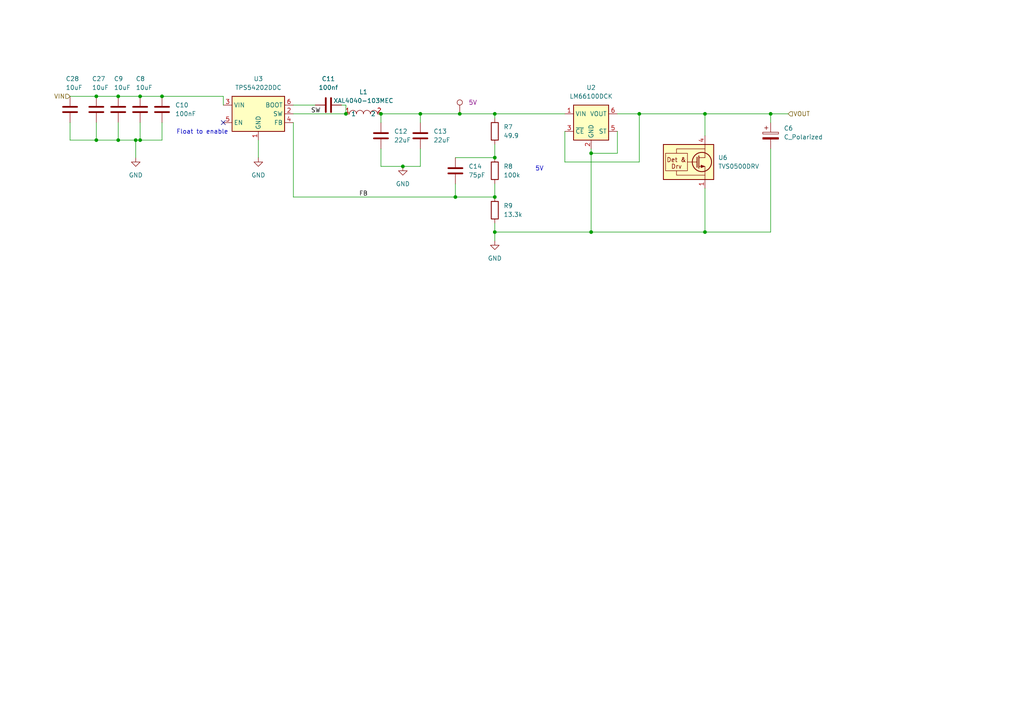
<source format=kicad_sch>
(kicad_sch (version 20250114) (generator "eeschema") (generator_version "9.0")
  (paper "A4")
  (lib_symbols
    (symbol "Device:C" (pin_numbers (hide yes)) (pin_names (offset 0.254))
      (property "Reference" "C" (at 0.635 2.54 0))
      (property "Value" "C" (at 0.635 -2.54 0))
      (symbol "C_0_1"
        (polyline (pts (xy -2.032 0.762) (xy 2.032 0.762)) (stroke (width 0.508)))
        (polyline (pts (xy -2.032 -0.762) (xy 2.032 -0.762)) (stroke (width 0.508)))
      )
      (symbol "C_1_1"
        (pin passive line (at 0 3.81 270) (length 2.794) (name "~") (number "1"))
        (pin passive line (at 0 -3.81 90) (length 2.794) (name "~") (number "2"))
      )
    )
    (symbol "Device:C_Polarized" (pin_numbers (hide yes)) (pin_names (offset 0.254))
      (property "Reference" "C" (at 0.635 2.54 0))
      (property "Value" "C_Polarized" (at 0.635 -2.54 0))
      (symbol "C_Polarized_0_1"
        (rectangle (start -2.286 0.508) (end 2.286 1.016))
        (polyline (pts (xy -1.778 2.286) (xy -0.762 2.286)))
        (polyline (pts (xy -1.27 2.794) (xy -1.27 1.778)))
        (rectangle (start 2.286 -0.508) (end -2.286 -1.016) (fill (type outline)))
      )
      (symbol "C_Polarized_1_1"
        (pin passive line (at 0 3.81 270) (length 2.794) (name "~") (number "1"))
        (pin passive line (at 0 -3.81 90) (length 2.794) (name "~") (number "2"))
      )
    )
    (symbol "Device:R" (pin_numbers (hide yes)) (pin_names (offset 0))
      (property "Reference" "R" (at 2.032 0 90))
      (property "Value" "R" (at 0 0 90))
      (symbol "R_0_1"
        (rectangle (start -1.016 -2.54) (end 1.016 2.54) (stroke (width 0.254)))
      )
      (symbol "R_1_1"
        (pin passive line (at 0 3.81 270) (length 1.27) (name "~") (number "1"))
        (pin passive line (at 0 -3.81 90) (length 1.27) (name "~") (number "2"))
      )
    )
    (symbol "Power_Management:LM66100DCK"
      (property "Reference" "U" (at -5.08 6.096 0))
      (property "Value" "LM66100DCK" (at 0.254 -6.35 0))
      (symbol "LM66100DCK_0_1"
        (rectangle (start -5.08 5.08) (end 5.08 -5.08) (stroke (width 0.254)) (fill (type background)))
      )
      (symbol "LM66100DCK_1_1"
        (pin power_in line (at -7.62 2.54 0) (length 2.54) (name "VIN") (number "1"))
        (pin input line (at -7.62 -2.54 0) (length 2.54) (name "~{CE}") (number "3"))
        (pin no_connect line (at 0 5.08 270) (length 2.54) (hide yes) (name "NC") (number "4"))
        (pin power_in line (at 0 -7.62 90) (length 2.54) (name "GND") (number "2"))
        (pin power_out line (at 7.62 2.54 180) (length 2.54) (name "VOUT") (number "6"))
        (pin open_collector line (at 7.62 -2.54 180) (length 2.54) (name "ST") (number "5"))
      )
    )
    (symbol "Power_Protection:TVS0500DRV" (pin_names (offset 0) (hide yes))
      (property "Reference" "U" (at 2.54 1.27 0))
      (property "Value" "TVS0500DRV" (at 2.54 -1.27 0))
      (symbol "TVS0500DRV_0_0"
        (rectangle (start -11.43 2.54) (end -5.08 -2.54))
        (polyline (pts (xy -8.255 2.54) (xy -8.255 3.81) (xy 0 3.81)))
        (polyline (pts (xy -8.255 -2.54) (xy -8.255 -3.81) (xy 0 -3.81)))
        (polyline (pts (xy 0 1.27) (xy -1.778 1.27)))
        (text "Det &" (at -8.255 0.635 0) (effects (font (size 1.27 1.27))))
        (text "Drv" (at -8.255 -1.27 0) (effects (font (size 1.27 1.27))))
      )
      (symbol "TVS0500DRV_0_1"
        (rectangle (start -12.065 5.08) (end 2.54 -5.08) (stroke (width 0.254)) (fill (type background)))
        (polyline (pts (xy -2.286 1.397) (xy -2.286 -1.524)) (stroke (width 0.254)))
        (polyline (pts (xy -2.286 0) (xy -5.08 0)))
        (polyline (pts (xy -1.778 1.778) (xy -1.778 -1.778)) (stroke (width 0.254)))
        (circle (center -0.889 0) (radius 2.794) (stroke (width 0.254)))
        (polyline (pts (xy -0.127 -1.27) (xy -1.143 -1.651) (xy -1.143 -0.889) (xy -0.127 -1.27)) (fill (type outline)))
        (polyline (pts (xy 0 5.08) (xy 0 2.54)))
        (polyline (pts (xy 0 2.54) (xy 0 1.27)))
        (polyline (pts (xy 0 -2.54) (xy 0 -5.08)))
        (polyline (pts (xy 0 -2.54) (xy 0 -1.27) (xy -1.778 -1.27)))
      )
      (symbol "TVS0500DRV_1_1"
        (pin passive line (at 0 7.62 270) (length 2.54) (name "IN") (number "4"))
        (pin passive line (at 0 7.62 270) (length 2.54) (hide yes) (name "IN") (number "5"))
        (pin passive line (at 0 7.62 270) (length 2.54) (hide yes) (name "IN") (number "6"))
        (pin power_in line (at 0 -7.62 90) (length 2.54) (name "GND") (number "1"))
        (pin passive line (at 0 -7.62 90) (length 2.54) (hide yes) (name "GND") (number "2"))
        (pin passive line (at 0 -7.62 90) (length 2.54) (hide yes) (name "GND") (number "3"))
        (pin passive line (at 0 -7.62 90) (length 2.54) (hide yes) (name "GND") (number "7"))
      )
    )
    (symbol "Regulator_Switching:TPS54202DDC"
      (property "Reference" "U" (at -7.62 6.35 0))
      (property "Value" "TPS54202DDC" (at 0 6.35 0))
      (symbol "TPS54202DDC_0_1"
        (rectangle (start -7.62 5.08) (end 7.62 -5.08) (stroke (width 0.254)) (fill (type background)))
      )
      (symbol "TPS54202DDC_1_1"
        (pin power_in line (at -10.16 2.54 0) (length 2.54) (name "VIN") (number "3"))
        (pin input line (at -10.16 -2.54 0) (length 2.54) (name "EN") (number "5"))
        (pin power_in line (at 0 -7.62 90) (length 2.54) (name "GND") (number "1"))
        (pin passive line (at 10.16 2.54 180) (length 2.54) (name "BOOT") (number "6"))
        (pin power_out line (at 10.16 0 180) (length 2.54) (name "SW") (number "2"))
        (pin input line (at 10.16 -2.54 180) (length 2.54) (name "FB") (number "4"))
      )
    )
    (symbol "easyeda2kicad:LabeledTestPoint" (pin_numbers (hide yes)) (pin_names (offset 0.762) (hide yes)) (in_bom no)
      (property "Label" "label" (at 0 5.08 0))
      (symbol "LabeledTestPoint_0_1"
        (circle (center 0 3.302) (radius 0.762))
      )
      (symbol "LabeledTestPoint_1_1"
        (pin passive line (at 0 0 90) (length 2.54) (name "1") (number "1"))
      )
    )
    (symbol "easyeda2kicad:XAL4040-103MEC"
      (property "Reference" "L" (at 0 5.08 0))
      (property "Value" "XAL4040-103MEC" (at 0 -5.08 0))
      (symbol "XAL4040-103MEC_0_1"
        (arc (start -4.06 -0.01) (mid -2.83 0.99) (end -2.03 0.01))
        (arc (start -2.03 -0.01) (mid -0.8 0.99) (end 0 0.01))
        (arc (start 0 -0.01) (mid 1.23 0.99) (end 2.03 0.01))
        (arc (start 2.03 -0.01) (mid 3.26 0.99) (end 4.06 0.01))
        (pin unspecified line (at -5.08 0 0) (length 1.016) (name "1") (number "1"))
        (pin unspecified line (at 5.08 0 180) (length 1.016) (name "2") (number "2"))
      )
    )
    (symbol "power:GND" (power) (pin_numbers (hide yes)) (pin_names (offset 0) (hide yes))
      (property "Value" "GND" (at 0 -3.81 0))
      (symbol "GND_0_1"
        (polyline (pts (xy 0 0) (xy 0 -1.27) (xy 1.27 -1.27) (xy 0 -2.54) (xy -1.27 -1.27) (xy 0 -1.27)))
      )
      (symbol "GND_1_1"
        (pin power_in line (at 0 0 270) (length 0) (name "~") (number "1"))
      )
    )
  )
  (text "5V" (at 156.464 49.022 0) (effects (font (size 1.27 1.27))))
  (text "Float to enable" (at 58.674 38.354 0) (effects (font (size 1.27 1.27))))
  (junction (at 34.29 27.94))
  (junction (at 132.08 57.15))
  (junction (at 116.84 48.26))
  (junction (at 143.51 57.15))
  (junction (at 204.47 67.31))
  (junction (at 27.94 40.64))
  (junction (at 40.64 40.64))
  (junction (at 171.45 44.45))
  (junction (at 185.42 33.02))
  (junction (at 121.92 33.02))
  (junction (at 223.52 33.02))
  (junction (at 204.47 33.02))
  (junction (at 133.35 33.02))
  (junction (at 110.49 33.02))
  (junction (at 46.99 27.94))
  (junction (at 39.37 40.64))
  (junction (at 100.33 33.02))
  (junction (at 143.51 67.31))
  (junction (at 34.29 40.64))
  (junction (at 143.51 33.02))
  (junction (at 171.45 67.31))
  (junction (at 143.51 45.72))
  (junction (at 27.94 27.94))
  (junction (at 40.64 27.94))
  (no_connect (at 64.77 35.56))
  (wire (pts (xy 204.47 33.02) (xy 204.47 39.37)))
  (wire (pts (xy 40.64 27.94) (xy 46.99 27.94)))
  (wire (pts (xy 27.94 27.94) (xy 34.29 27.94)))
  (wire (pts (xy 143.51 67.31) (xy 143.51 69.85)))
  (wire (pts (xy 132.08 57.15) (xy 143.51 57.15)))
  (wire (pts (xy 163.83 46.99) (xy 185.42 46.99)))
  (wire (pts (xy 132.08 57.15) (xy 132.08 53.34)))
  (wire (pts (xy 143.51 41.91) (xy 143.51 45.72)))
  (wire (pts (xy 85.09 30.48) (xy 91.44 30.48)))
  (wire (pts (xy 110.49 33.02) (xy 121.92 33.02)))
  (wire (pts (xy 163.83 38.1) (xy 163.83 46.99)))
  (wire (pts (xy 121.92 43.18) (xy 121.92 48.26)))
  (wire (pts (xy 20.32 40.64) (xy 27.94 40.64)))
  (wire (pts (xy 34.29 27.94) (xy 40.64 27.94)))
  (wire (pts (xy 179.07 44.45) (xy 171.45 44.45)))
  (wire (pts (xy 110.49 33.02) (xy 110.49 35.56)))
  (wire (pts (xy 46.99 27.94) (xy 64.77 27.94)))
  (wire (pts (xy 27.94 35.56) (xy 27.94 40.64)))
  (wire (pts (xy 204.47 67.31) (xy 171.45 67.31)))
  (wire (pts (xy 223.52 67.31) (xy 204.47 67.31)))
  (wire (pts (xy 133.35 33.02) (xy 143.51 33.02)))
  (wire (pts (xy 204.47 54.61) (xy 204.47 67.31)))
  (wire (pts (xy 46.99 35.56) (xy 46.99 40.64)))
  (wire (pts (xy 110.49 48.26) (xy 116.84 48.26)))
  (wire (pts (xy 185.42 33.02) (xy 204.47 33.02)))
  (wire (pts (xy 204.47 33.02) (xy 223.52 33.02)))
  (wire (pts (xy 34.29 40.64) (xy 39.37 40.64)))
  (wire (pts (xy 39.37 40.64) (xy 39.37 45.72)))
  (wire (pts (xy 110.49 43.18) (xy 110.49 48.26)))
  (wire (pts (xy 179.07 38.1) (xy 179.07 44.45)))
  (wire (pts (xy 223.52 33.02) (xy 228.6 33.02)))
  (wire (pts (xy 121.92 33.02) (xy 121.92 35.56)))
  (wire (pts (xy 179.07 33.02) (xy 185.42 33.02)))
  (wire (pts (xy 100.33 30.48) (xy 100.33 33.02)))
  (wire (pts (xy 171.45 44.45) (xy 171.45 67.31)))
  (wire (pts (xy 27.94 40.64) (xy 34.29 40.64)))
  (wire (pts (xy 143.51 45.72) (xy 132.08 45.72)))
  (wire (pts (xy 116.84 48.26) (xy 121.92 48.26)))
  (wire (pts (xy 143.51 53.34) (xy 143.51 57.15)))
  (wire (pts (xy 143.51 33.02) (xy 143.51 34.29)))
  (wire (pts (xy 171.45 43.18) (xy 171.45 44.45)))
  (wire (pts (xy 85.09 33.02) (xy 100.33 33.02)))
  (wire (pts (xy 121.92 33.02) (xy 133.35 33.02)))
  (wire (pts (xy 223.52 43.18) (xy 223.52 67.31)))
  (wire (pts (xy 185.42 33.02) (xy 185.42 46.99)))
  (wire (pts (xy 40.64 35.56) (xy 40.64 40.64)))
  (wire (pts (xy 46.99 40.64) (xy 40.64 40.64)))
  (wire (pts (xy 34.29 35.56) (xy 34.29 40.64)))
  (wire (pts (xy 171.45 67.31) (xy 143.51 67.31)))
  (wire (pts (xy 20.32 27.94) (xy 27.94 27.94)))
  (wire (pts (xy 223.52 35.56) (xy 223.52 33.02)))
  (wire (pts (xy 64.77 27.94) (xy 64.77 30.48)))
  (wire (pts (xy 85.09 35.56) (xy 85.09 57.15)))
  (wire (pts (xy 99.06 30.48) (xy 100.33 30.48)))
  (wire (pts (xy 40.64 40.64) (xy 39.37 40.64)))
  (wire (pts (xy 143.51 64.77) (xy 143.51 67.31)))
  (wire (pts (xy 20.32 35.56) (xy 20.32 40.64)))
  (wire (pts (xy 74.93 40.64) (xy 74.93 45.72)))
  (wire (pts (xy 85.09 57.15) (xy 132.08 57.15)))
  (wire (pts (xy 143.51 33.02) (xy 163.83 33.02)))
  (label "SW" (at 90.17 33.02 0))
  (label "FB" (at 104.14 57.15 0))
  (hierarchical_label "VIN" (shape input) (at 20.32 27.94 180))
  (hierarchical_label "VOUT" (shape input) (at 228.6 33.02 0))
  (symbol (lib_id "power:GND") (at 143.51 69.85 0) (unit 1)
    (property "Reference" "#PWR016" (effects (hide yes)))
    (property "Value" "GND" (at 143.51 74.93 0))
    (property "Description" "Power symbol creates a global label with name \"GND\" , ground" (effects (hide yes)))
  )
  (symbol (lib_id "Device:C") (at 20.32 31.75 0) (unit 1)
    (property "Reference" "C28" (at 19.05 22.86 0) (effects (justify left)))
    (property "Value" "10uF" (at 19.05 25.4 0) (effects (justify left)))
    (property "Footprint" "Capacitor_SMD:C_1210_3225Metric" (effects (hide yes)))
    (property "Description" "Unpolarized capacitor" (effects (hide yes)))
    (property "LCSC Part" "C77102" (effects (hide yes)))
  )
  (symbol (lib_id "power:GND") (at 39.37 45.72 0) (unit 1)
    (property "Reference" "#PWR013" (effects (hide yes)))
    (property "Value" "GND" (at 39.37 50.8 0))
    (property "Description" "Power symbol creates a global label with name \"GND\" , ground" (effects (hide yes)))
  )
  (symbol (lib_id "Device:R") (at 143.51 49.53 0) (unit 1)
    (property "Reference" "R8" (at 146.05 48.2599 0) (effects (justify left)))
    (property "Value" "100k" (at 146.05 50.7999 0) (effects (justify left)))
    (property "Footprint" "Resistor_SMD:R_0603_1608Metric" (effects (hide yes)))
    (property "Description" "Resistor" (effects (hide yes)))
  )
  (symbol (lib_id "Device:C") (at 132.08 49.53 180) (unit 1)
    (property "Reference" "C14" (at 135.89 48.2599 0) (effects (justify right)))
    (property "Value" "75pF" (at 135.89 50.7999 0) (effects (justify right)))
    (property "Footprint" "Capacitor_SMD:C_0603_1608Metric" (effects (hide yes)))
    (property "Description" "Unpolarized capacitor" (effects (hide yes)))
  )
  (symbol (lib_id "Device:C") (at 46.99 31.75 0) (unit 1)
    (property "Reference" "C10" (at 50.8 30.4799 0) (effects (justify left)))
    (property "Value" "100nF" (at 50.8 33.0199 0) (effects (justify left)))
    (property "Footprint" "Capacitor_SMD:C_0603_1608Metric" (effects (hide yes)))
    (property "Description" "Unpolarized capacitor" (effects (hide yes)))
  )
  (symbol (lib_id "Device:R") (at 143.51 38.1 0) (unit 1)
    (property "Reference" "R7" (at 146.05 36.8299 0) (effects (justify left)))
    (property "Value" "49.9" (at 146.05 39.3699 0) (effects (justify left)))
    (property "Footprint" "Resistor_SMD:R_0603_1608Metric" (effects (hide yes)))
    (property "Description" "Resistor" (effects (hide yes)))
  )
  (symbol (lib_id "Device:C") (at 110.49 39.37 0) (unit 1)
    (property "Reference" "C12" (at 114.3 38.0999 0) (effects (justify left)))
    (property "Value" "22uF" (at 114.3 40.6399 0) (effects (justify left)))
    (property "Footprint" "Capacitor_SMD:C_1206_3216Metric" (effects (hide yes)))
    (property "Description" "Unpolarized capacitor" (effects (hide yes)))
  )
  (symbol (lib_id "Device:C_Polarized") (at 223.52 39.37 0) (unit 1)
    (property "Reference" "C6" (at 227.33 37.2109 0) (effects (justify left)))
    (property "Value" "C_Polarized" (at 227.33 39.7509 0) (effects (justify left)))
    (property "Footprint" "Capacitor_SMD:CP_Elec_8x11.9" (effects (hide yes)))
    (property "Description" "Polarized capacitor" (effects (hide yes)))
    (property "LCSC Part" "C542295" (effects (hide yes)))
  )
  (symbol (lib_id "Regulator_Switching:TPS54202DDC") (at 74.93 33.02 0) (unit 1)
    (property "Reference" "U3" (at 74.93 22.86 0))
    (property "Value" "TPS54202DDC" (at 74.93 25.4 0))
    (property "Footprint" "Package_TO_SOT_SMD:SOT-23-6" (effects (hide yes)))
    (property "Datasheet" "http://www.ti.com/lit/ds/symlink/tps54202.pdf" (effects (hide yes)))
    (property "Description" "2A, 4.5 to 28V Input, EMI Friendly integrated switch synchronous step-down regulator, pulse-skipping, SOT-23-6" (effects (hide yes)))
  )
  (symbol (lib_id "Device:C") (at 121.92 39.37 0) (unit 1)
    (property "Reference" "C13" (at 125.73 38.0999 0) (effects (justify left)))
    (property "Value" "22uF" (at 125.73 40.6399 0) (effects (justify left)))
    (property "Footprint" "Capacitor_SMD:C_1206_3216Metric" (effects (hide yes)))
    (property "Description" "Unpolarized capacitor" (effects (hide yes)))
  )
  (symbol (lib_id "power:GND") (at 116.84 48.26 0) (unit 1)
    (property "Reference" "#PWR015" (effects (hide yes)))
    (property "Value" "GND" (at 116.84 53.34 0))
    (property "Description" "Power symbol creates a global label with name \"GND\" , ground" (effects (hide yes)))
  )
  (symbol (lib_id "Power_Management:LM66100DCK") (at 171.45 35.56 0) (unit 1)
    (property "Reference" "U2" (at 171.45 25.4 0))
    (property "Value" "LM66100DCK" (at 171.45 27.94 0))
    (property "Footprint" "Package_TO_SOT_SMD:SOT-363_SC-70-6" (effects (hide yes)))
    (property "Datasheet" "https://www.ti.com/lit/ds/symlink/lm66100.pdf" (effects (hide yes)))
    (property "Description" "Ideal Diode With Input Polarity Protection 1.5 - 5.5V  Input Voltage, 1.5A Output Current, Ron 141 mOhm, SC-70-6" (effects (hide yes)))
  )
  (symbol (lib_id "easyeda2kicad:XAL4040-103MEC") (at 105.41 33.02 0) (unit 1)
    (property "Reference" "L1" (at 105.41 26.67 0))
    (property "Value" "XAL4040-103MEC" (at 105.41 29.21 0))
    (property "Footprint" "easyeda2kicad:IND-SMD_L4.0-W4.0-A" (effects (hide yes)))
    (property "LCSC Part" "C5144883" (effects (hide yes)))
  )
  (symbol (lib_id "Power_Protection:TVS0500DRV") (at 204.47 46.99 0) (unit 1)
    (property "Reference" "U6" (at 208.28 45.7199 0) (effects (justify left)))
    (property "Value" "TVS0500DRV" (at 208.28 48.2599 0) (effects (justify left)))
    (property "Footprint" "Package_SON:WSON-6-1EP_2x2mm_P0.65mm_EP1x1.6mm" (effects (hide yes)))
    (property "Datasheet" "http://www.ti.com/lit/ds/symlink/tvs0500.pdf" (effects (hide yes)))
    (property "Description" "Flat-Clamp Surge Protection Device. 5Vrwm, WSON-6" (effects (hide yes)))
  )
  (symbol (lib_id "Device:C") (at 34.29 31.75 0) (unit 1)
    (property "Reference" "C9" (at 33.02 22.86 0) (effects (justify left)))
    (property "Value" "10uF" (at 33.02 25.4 0) (effects (justify left)))
    (property "Footprint" "Capacitor_SMD:C_1210_3225Metric" (effects (hide yes)))
    (property "Description" "Unpolarized capacitor" (effects (hide yes)))
    (property "LCSC Part" "C77102" (effects (hide yes)))
  )
  (symbol (lib_id "easyeda2kicad:LabeledTestPoint") (at 133.35 33.02 0) (unit 1) (in_bom no)
    (property "Reference" "TP14" (effects (hide yes)))
    (property "Value" "LabeledTestPoint" (effects (hide yes)))
    (property "Footprint" "easyeda2kicad:LabeledTestPoint" (effects (hide yes)))
    (property "Description" "test point" (effects (hide yes)))
    (property "Label" "5V" (at 135.89 29.7179 0) (effects (justify left)))
  )
  (symbol (lib_id "Device:C") (at 95.25 30.48 90) (unit 1)
    (property "Reference" "C11" (at 95.25 22.86 90))
    (property "Value" "100nf" (at 95.25 25.4 90))
    (property "Footprint" "Capacitor_SMD:C_0603_1608Metric" (effects (hide yes)))
    (property "Description" "Unpolarized capacitor" (effects (hide yes)))
  )
  (symbol (lib_id "Device:C") (at 27.94 31.75 0) (unit 1)
    (property "Reference" "C27" (at 26.67 22.86 0) (effects (justify left)))
    (property "Value" "10uF" (at 26.67 25.4 0) (effects (justify left)))
    (property "Footprint" "Capacitor_SMD:C_1210_3225Metric" (effects (hide yes)))
    (property "Description" "Unpolarized capacitor" (effects (hide yes)))
    (property "LCSC Part" "C77102" (effects (hide yes)))
  )
  (symbol (lib_id "Device:C") (at 40.64 31.75 0) (unit 1)
    (property "Reference" "C8" (at 39.37 22.86 0) (effects (justify left)))
    (property "Value" "10uF" (at 39.37 25.4 0) (effects (justify left)))
    (property "Footprint" "Capacitor_SMD:C_1210_3225Metric" (effects (hide yes)))
    (property "Description" "Unpolarized capacitor" (effects (hide yes)))
    (property "LCSC Part" "C77102" (effects (hide yes)))
  )
  (symbol (lib_id "Device:R") (at 143.51 60.96 0) (unit 1)
    (property "Reference" "R9" (at 146.05 59.6899 0) (effects (justify left)))
    (property "Value" "13.3k" (at 146.05 62.2299 0) (effects (justify left)))
    (property "Footprint" "Resistor_SMD:R_0603_1608Metric" (effects (hide yes)))
    (property "Description" "Resistor" (effects (hide yes)))
  )
  (symbol (lib_id "power:GND") (at 74.93 45.72 0) (unit 1)
    (property "Reference" "#PWR014" (effects (hide yes)))
    (property "Value" "GND" (at 74.93 50.8 0))
    (property "Description" "Power symbol creates a global label with name \"GND\" , ground" (effects (hide yes)))
  )
)
</source>
